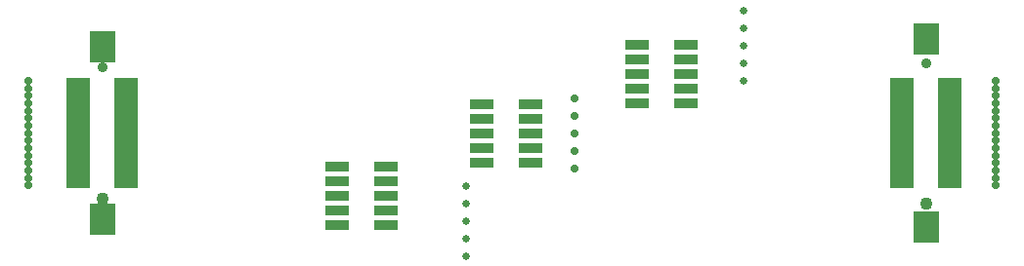
<source format=gts>
%FSTAX42Y42*%
%MOMM*%
%SFA1B1*%

%IPPOS*%
%ADD21R,2.049996X0.939998*%
%ADD22R,2.039996X0.639999*%
%ADD23R,2.199996X2.699995*%
%ADD24R,2.199996X2.699995*%
%ADD25R,2.199996X2.699995*%
%ADD26C,0.899998*%
%ADD27C,1.099998*%
%ADD28C,0.699999*%
%ADD29C,0.639999*%
%LNflex_debugging-1*%
%LPD*%
G54D21*
X011444Y007193D03*
Y006812D03*
Y006939D03*
Y007066D03*
Y00732D03*
X010094Y006677D03*
Y006296D03*
Y006423D03*
Y00655D03*
Y006804D03*
X009669Y006677D03*
Y006296D03*
Y006423D03*
Y00655D03*
Y006804D03*
X008421Y006134D03*
Y005753D03*
Y00588D03*
Y006007D03*
Y006261D03*
X011019Y00732D03*
Y007193D03*
Y007066D03*
Y006939D03*
Y006812D03*
X008846Y006261D03*
Y006134D03*
Y006007D03*
Y00588D03*
Y005753D03*
G54D22*
X006593Y006993D03*
Y00693D03*
Y006866D03*
Y006803D03*
Y006739D03*
Y006676D03*
Y006612D03*
Y006549D03*
Y006485D03*
Y006422D03*
Y006358D03*
Y006295D03*
Y006231D03*
Y006168D03*
Y006104D03*
X006173D03*
Y006168D03*
Y006231D03*
Y006295D03*
Y006358D03*
Y006422D03*
Y006485D03*
Y006549D03*
Y006993D03*
Y00693D03*
Y006866D03*
Y006803D03*
Y006739D03*
Y006676D03*
Y006612D03*
X01373D03*
Y006676D03*
Y006739D03*
Y006803D03*
Y006866D03*
Y00693D03*
Y006993D03*
Y006549D03*
Y006485D03*
Y006422D03*
Y006358D03*
Y006295D03*
Y006231D03*
Y006168D03*
Y006104D03*
X01331D03*
Y006168D03*
Y006231D03*
Y006295D03*
Y006358D03*
Y006422D03*
Y006485D03*
Y006549D03*
Y006612D03*
Y006676D03*
Y006739D03*
Y006803D03*
Y006866D03*
Y00693D03*
Y006993D03*
G54D23*
X006383Y005799D03*
G54D24*
X006383Y007299D03*
G54D25*
X01352Y007364D03*
Y005734D03*
G54D26*
X006383Y007119D03*
X01352Y007159D03*
G54D27*
X006383Y005979D03*
X01352Y005939D03*
G54D28*
X014126Y006354D03*
X005744D03*
X014126Y006289D03*
X005744D03*
X014126Y006094D03*
X005744D03*
X014126Y006159D03*
X005744D03*
X014126Y006224D03*
X005744D03*
X014126Y006744D03*
X005744D03*
X014126Y006809D03*
X005744D03*
X014126Y006874D03*
X005744D03*
X014126Y006939D03*
X005744D03*
X014126Y007004D03*
X005744D03*
X014126Y006679D03*
X005744D03*
X014126Y006614D03*
X005744D03*
X014126Y006419D03*
X005744D03*
X014126Y006484D03*
X005744D03*
X014126Y006549D03*
X005744D03*
X010474Y006702D03*
Y006245D03*
Y006397D03*
Y00655D03*
Y006854D03*
G54D29*
X009534Y006091D03*
Y005939D03*
Y005787D03*
Y005634D03*
Y005482D03*
X011939Y007006D03*
Y007159D03*
Y007311D03*
Y007464D03*
Y007617D03*
M02*
</source>
